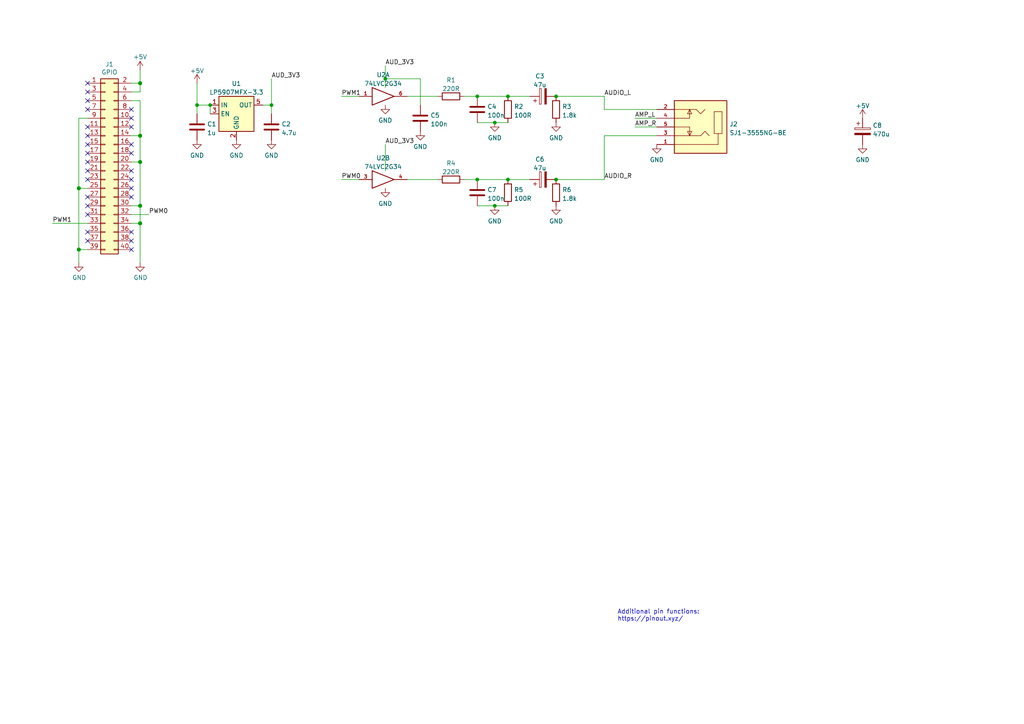
<source format=kicad_sch>
(kicad_sch (version 20211123) (generator eeschema)
  (paper "A4")
  (title_block (date "15 nov 2012"))
  (lib_symbols
    (symbol "74xGxx:74LVC2G34" (pin_names (offset 1.016))
      (property "Reference" "U" (at -2.54 3.81 0))
      (property "Value" "74LVC2G34" (at 0 -3.81 0))
      (symbol "74LVC2G34_0_1"
        (polyline (pts (xy -3.81 2.54) (xy -3.81 -2.54) (xy 2.54 0) (xy -3.81 2.54)) (stroke (width 0.254)))
        (pin power_in line (at 0 -2.54 270) (length 0) hide (name "GND") (number "2"))
        (pin power_in line (at 0 2.54 90) (length 0) hide (name "VCC") (number "5"))
      )
      (symbol "74LVC2G34_1_1"
        (pin input line (at -7.62 0 0) (length 3.81) (name "~") (number "1"))
        (pin output line (at 6.35 0 180) (length 3.81) (name "~") (number "6"))
      )
      (symbol "74LVC2G34_2_1"
        (pin input line (at -7.62 0 0) (length 3.81) (name "~") (number "3"))
        (pin output line (at 6.35 0 180) (length 3.81) (name "~") (number "4"))
      )
    )
    (symbol "Connector_Generic:Conn_02x20_Odd_Even" (pin_names (offset 1.016) hide)
      (property "Reference" "J" (at 1.27 25.4 0))
      (property "Value" "Conn_02x20_Odd_Even" (at 1.27 -27.94 0))
      (symbol "Conn_02x20_Odd_Even_1_1"
        (rectangle (start -1.27 -25.273) (end 0 -25.527) (stroke (width 0.1524)))
        (rectangle (start -1.27 -22.733) (end 0 -22.987) (stroke (width 0.1524)))
        (rectangle (start -1.27 -20.193) (end 0 -20.447) (stroke (width 0.1524)))
        (rectangle (start -1.27 -17.653) (end 0 -17.907) (stroke (width 0.1524)))
        (rectangle (start -1.27 -15.113) (end 0 -15.367) (stroke (width 0.1524)))
        (rectangle (start -1.27 -12.573) (end 0 -12.827) (stroke (width 0.1524)))
        (rectangle (start -1.27 -10.033) (end 0 -10.287) (stroke (width 0.1524)))
        (rectangle (start -1.27 -7.493) (end 0 -7.747) (stroke (width 0.1524)))
        (rectangle (start -1.27 -4.953) (end 0 -5.207) (stroke (width 0.1524)))
        (rectangle (start -1.27 -2.413) (end 0 -2.667) (stroke (width 0.1524)))
        (rectangle (start -1.27 0.127) (end 0 -0.127) (stroke (width 0.1524)))
        (rectangle (start -1.27 2.667) (end 0 2.413) (stroke (width 0.1524)))
        (rectangle (start -1.27 5.207) (end 0 4.953) (stroke (width 0.1524)))
        (rectangle (start -1.27 7.747) (end 0 7.493) (stroke (width 0.1524)))
        (rectangle (start -1.27 10.287) (end 0 10.033) (stroke (width 0.1524)))
        (rectangle (start -1.27 12.827) (end 0 12.573) (stroke (width 0.1524)))
        (rectangle (start -1.27 15.367) (end 0 15.113) (stroke (width 0.1524)))
        (rectangle (start -1.27 17.907) (end 0 17.653) (stroke (width 0.1524)))
        (rectangle (start -1.27 20.447) (end 0 20.193) (stroke (width 0.1524)))
        (rectangle (start -1.27 22.987) (end 0 22.733) (stroke (width 0.1524)))
        (rectangle (start -1.27 24.13) (end 3.81 -26.67) (stroke (width 0.254)) (fill (type background)))
        (rectangle (start 3.81 -25.273) (end 2.54 -25.527) (stroke (width 0.1524)))
        (rectangle (start 3.81 -22.733) (end 2.54 -22.987) (stroke (width 0.1524)))
        (rectangle (start 3.81 -20.193) (end 2.54 -20.447) (stroke (width 0.1524)))
        (rectangle (start 3.81 -17.653) (end 2.54 -17.907) (stroke (width 0.1524)))
        (rectangle (start 3.81 -15.113) (end 2.54 -15.367) (stroke (width 0.1524)))
        (rectangle (start 3.81 -12.573) (end 2.54 -12.827) (stroke (width 0.1524)))
        (rectangle (start 3.81 -10.033) (end 2.54 -10.287) (stroke (width 0.1524)))
        (rectangle (start 3.81 -7.493) (end 2.54 -7.747) (stroke (width 0.1524)))
        (rectangle (start 3.81 -4.953) (end 2.54 -5.207) (stroke (width 0.1524)))
        (rectangle (start 3.81 -2.413) (end 2.54 -2.667) (stroke (width 0.1524)))
        (rectangle (start 3.81 0.127) (end 2.54 -0.127) (stroke (width 0.1524)))
        (rectangle (start 3.81 2.667) (end 2.54 2.413) (stroke (width 0.1524)))
        (rectangle (start 3.81 5.207) (end 2.54 4.953) (stroke (width 0.1524)))
        (rectangle (start 3.81 7.747) (end 2.54 7.493) (stroke (width 0.1524)))
        (rectangle (start 3.81 10.287) (end 2.54 10.033) (stroke (width 0.1524)))
        (rectangle (start 3.81 12.827) (end 2.54 12.573) (stroke (width 0.1524)))
        (rectangle (start 3.81 15.367) (end 2.54 15.113) (stroke (width 0.1524)))
        (rectangle (start 3.81 17.907) (end 2.54 17.653) (stroke (width 0.1524)))
        (rectangle (start 3.81 20.447) (end 2.54 20.193) (stroke (width 0.1524)))
        (rectangle (start 3.81 22.987) (end 2.54 22.733) (stroke (width 0.1524)))
        (pin passive line (at -5.08 22.86 0) (length 3.81) (name "Pin_1") (number "1"))
        (pin passive line (at 7.62 12.7 180) (length 3.81) (name "Pin_10") (number "10"))
        (pin passive line (at -5.08 10.16 0) (length 3.81) (name "Pin_11") (number "11"))
        (pin passive line (at 7.62 10.16 180) (length 3.81) (name "Pin_12") (number "12"))
        (pin passive line (at -5.08 7.62 0) (length 3.81) (name "Pin_13") (number "13"))
        (pin passive line (at 7.62 7.62 180) (length 3.81) (name "Pin_14") (number "14"))
        (pin passive line (at -5.08 5.08 0) (length 3.81) (name "Pin_15") (number "15"))
        (pin passive line (at 7.62 5.08 180) (length 3.81) (name "Pin_16") (number "16"))
        (pin passive line (at -5.08 2.54 0) (length 3.81) (name "Pin_17") (number "17"))
        (pin passive line (at 7.62 2.54 180) (length 3.81) (name "Pin_18") (number "18"))
        (pin passive line (at -5.08 0 0) (length 3.81) (name "Pin_19") (number "19"))
        (pin passive line (at 7.62 22.86 180) (length 3.81) (name "Pin_2") (number "2"))
        (pin passive line (at 7.62 0 180) (length 3.81) (name "Pin_20") (number "20"))
        (pin passive line (at -5.08 -2.54 0) (length 3.81) (name "Pin_21") (number "21"))
        (pin passive line (at 7.62 -2.54 180) (length 3.81) (name "Pin_22") (number "22"))
        (pin passive line (at -5.08 -5.08 0) (length 3.81) (name "Pin_23") (number "23"))
        (pin passive line (at 7.62 -5.08 180) (length 3.81) (name "Pin_24") (number "24"))
        (pin passive line (at -5.08 -7.62 0) (length 3.81) (name "Pin_25") (number "25"))
        (pin passive line (at 7.62 -7.62 180) (length 3.81) (name "Pin_26") (number "26"))
        (pin passive line (at -5.08 -10.16 0) (length 3.81) (name "Pin_27") (number "27"))
        (pin passive line (at 7.62 -10.16 180) (length 3.81) (name "Pin_28") (number "28"))
        (pin passive line (at -5.08 -12.7 0) (length 3.81) (name "Pin_29") (number "29"))
        (pin passive line (at -5.08 20.32 0) (length 3.81) (name "Pin_3") (number "3"))
        (pin passive line (at 7.62 -12.7 180) (length 3.81) (name "Pin_30") (number "30"))
        (pin passive line (at -5.08 -15.24 0) (length 3.81) (name "Pin_31") (number "31"))
        (pin passive line (at 7.62 -15.24 180) (length 3.81) (name "Pin_32") (number "32"))
        (pin passive line (at -5.08 -17.78 0) (length 3.81) (name "Pin_33") (number "33"))
        (pin passive line (at 7.62 -17.78 180) (length 3.81) (name "Pin_34") (number "34"))
        (pin passive line (at -5.08 -20.32 0) (length 3.81) (name "Pin_35") (number "35"))
        (pin passive line (at 7.62 -20.32 180) (length 3.81) (name "Pin_36") (number "36"))
        (pin passive line (at -5.08 -22.86 0) (length 3.81) (name "Pin_37") (number "37"))
        (pin passive line (at 7.62 -22.86 180) (length 3.81) (name "Pin_38") (number "38"))
        (pin passive line (at -5.08 -25.4 0) (length 3.81) (name "Pin_39") (number "39"))
        (pin passive line (at 7.62 20.32 180) (length 3.81) (name "Pin_4") (number "4"))
        (pin passive line (at 7.62 -25.4 180) (length 3.81) (name "Pin_40") (number "40"))
        (pin passive line (at -5.08 17.78 0) (length 3.81) (name "Pin_5") (number "5"))
        (pin passive line (at 7.62 17.78 180) (length 3.81) (name "Pin_6") (number "6"))
        (pin passive line (at -5.08 15.24 0) (length 3.81) (name "Pin_7") (number "7"))
        (pin passive line (at 7.62 15.24 180) (length 3.81) (name "Pin_8") (number "8"))
        (pin passive line (at -5.08 12.7 0) (length 3.81) (name "Pin_9") (number "9"))
      )
    )
    (symbol "Device:C" (pin_numbers hide) (pin_names (offset 0.254))
      (property "Reference" "C" (at 0.635 2.54 0))
      (property "Value" "C" (at 0.635 -2.54 0))
      (symbol "C_0_1"
        (polyline (pts (xy -2.032 -0.762) (xy 2.032 -0.762)) (stroke (width 0.508)))
        (polyline (pts (xy -2.032 0.762) (xy 2.032 0.762)) (stroke (width 0.508)))
      )
      (symbol "C_1_1"
        (pin passive line (at 0 3.81 270) (length 2.794) (name "~") (number "1"))
        (pin passive line (at 0 -3.81 90) (length 2.794) (name "~") (number "2"))
      )
    )
    (symbol "Device:C_Polarized" (pin_numbers hide) (pin_names (offset 0.254))
      (property "Reference" "C" (at 0.635 2.54 0))
      (property "Value" "C_Polarized" (at 0.635 -2.54 0))
      (symbol "C_Polarized_0_1"
        (rectangle (start -2.286 0.508) (end 2.286 1.016))
        (polyline (pts (xy -1.778 2.286) (xy -0.762 2.286)))
        (polyline (pts (xy -1.27 2.794) (xy -1.27 1.778)))
        (rectangle (start 2.286 -0.508) (end -2.286 -1.016) (fill (type outline)))
      )
      (symbol "C_Polarized_1_1"
        (pin passive line (at 0 3.81 270) (length 2.794) (name "~") (number "1"))
        (pin passive line (at 0 -3.81 90) (length 2.794) (name "~") (number "2"))
      )
    )
    (symbol "Device:R" (pin_numbers hide) (pin_names (offset 0))
      (property "Reference" "R" (at 2.032 0 90))
      (property "Value" "R" (at 0 0 90))
      (symbol "R_0_1"
        (rectangle (start -1.016 -2.54) (end 1.016 2.54) (stroke (width 0.254)))
      )
      (symbol "R_1_1"
        (pin passive line (at 0 3.81 270) (length 1.27) (name "~") (number "1"))
        (pin passive line (at 0 -3.81 90) (length 1.27) (name "~") (number "2"))
      )
    )
    (symbol "Regulator_Linear:LP5907MFX-3.3"
      (property "Reference" "U" (at -3.81 6.35 0))
      (property "Value" "LP5907MFX-3.3" (at 6.35 6.35 0))
      (symbol "LP5907MFX-3.3_0_1"
        (rectangle (start -5.08 -5.08) (end 5.08 5.08) (stroke (width 0.254)) (fill (type background)))
        (pin power_in line (at -7.62 2.54 0) (length 2.54) (name "IN") (number "1"))
        (pin power_in line (at 0 -7.62 90) (length 2.54) (name "GND") (number "2"))
        (pin input line (at -7.62 0 0) (length 2.54) (name "EN") (number "3"))
        (pin no_connect line (at 5.08 0 180) (length 2.54) hide (name "NC") (number "4"))
        (pin power_out line (at 7.62 2.54 180) (length 2.54) (name "OUT") (number "5"))
      )
    )
    (symbol "SJ1-3555NG-BE:SJ1-3555NG-BE" (pin_names (offset 1.016) hide)
      (property "Reference" "J" (at -7.6454 8.1534 0))
      (property "Value" "SJ1-3555NG-BE" (at -7.62 -10.414 0))
      (symbol "SJ1-3555NG-BE_0_0"
        (rectangle (start -7.62 -7.62) (end 7.62 7.62) (stroke (width 0.254)) (fill (type background)))
        (polyline (pts (xy -6.223 -4.445) (xy -6.223 1.905)) (stroke (width 0.1524)))
        (polyline (pts (xy -6.223 1.905) (xy -5.08 1.905)) (stroke (width 0.1524)))
        (polyline (pts (xy -5.08 1.905) (xy -3.937 1.905)) (stroke (width 0.1524)))
        (polyline (pts (xy -5.08 5.08) (xy -5.08 1.905)) (stroke (width 0.1524)))
        (polyline (pts (xy -3.937 -4.445) (xy -6.223 -4.445)) (stroke (width 0.1524)))
        (polyline (pts (xy -3.937 1.905) (xy -3.937 -4.445)) (stroke (width 0.1524)))
        (polyline (pts (xy -1.27 1.27) (xy -2.54 2.54)) (stroke (width 0.1524)))
        (polyline (pts (xy 0 -3.81) (xy -1.27 -5.08)) (stroke (width 0.1524)))
        (polyline (pts (xy 0 2.54) (xy -1.27 1.27)) (stroke (width 0.1524)))
        (polyline (pts (xy 1.27 -5.08) (xy 0 -3.81)) (stroke (width 0.1524)))
        (polyline (pts (xy 3.175 -5.08) (xy 1.27 -5.08)) (stroke (width 0.1524)))
        (polyline (pts (xy 3.175 -2.54) (xy 3.175 -5.08)) (stroke (width 0.1524)))
        (polyline (pts (xy 3.175 0) (xy 3.175 2.54)) (stroke (width 0.1524)))
        (polyline (pts (xy 7.62 -5.08) (xy 3.175 -5.08)) (stroke (width 0.1524)))
        (polyline (pts (xy 7.62 -2.54) (xy 3.175 -2.54)) (stroke (width 0.1524)))
        (polyline (pts (xy 7.62 0) (xy 3.175 0)) (stroke (width 0.1524)))
        (polyline (pts (xy 7.62 2.54) (xy 0 2.54)) (stroke (width 0.1524)))
        (polyline (pts (xy 7.62 5.08) (xy -5.08 5.08)) (stroke (width 0.1524)))
        (polyline (pts (xy 3.175 -5.08) (xy 2.54 -3.81) (xy 3.81 -3.81) (xy 3.175 -5.08)) (stroke (width 0.1524)) (fill (type background)))
        (polyline (pts (xy 3.175 2.54) (xy 3.81 1.27) (xy 2.54 1.27) (xy 3.175 2.54)) (stroke (width 0.1524)) (fill (type background)))
        (pin passive line (at 12.7 5.08 180) (length 5.08) (name "~") (number "1"))
        (pin passive line (at 12.7 -5.08 180) (length 5.08) (name "~") (number "2"))
        (pin passive line (at 12.7 2.54 180) (length 5.08) (name "~") (number "3"))
        (pin passive line (at 12.7 -2.54 180) (length 5.08) (name "~") (number "4"))
        (pin passive line (at 12.7 0 180) (length 5.08) (name "~") (number "5"))
      )
    )
    (symbol "power:+5V" (power) (pin_names (offset 0))
      (property "Value" "+5V" (at 0 3.556 0))
      (symbol "+5V_0_1"
        (polyline (pts (xy -0.762 1.27) (xy 0 2.54)))
        (polyline (pts (xy 0 0) (xy 0 2.54)))
        (polyline (pts (xy 0 2.54) (xy 0.762 1.27)))
      )
      (symbol "+5V_1_1"
        (pin power_in line (at 0 0 90) (length 0) hide (name "+5V") (number "1"))
      )
    )
    (symbol "power:GND" (power) (pin_names (offset 0))
      (property "Value" "GND" (at 0 -3.81 0))
      (symbol "GND_0_1"
        (polyline (pts (xy 0 0) (xy 0 -1.27) (xy 1.27 -1.27) (xy 0 -2.54) (xy -1.27 -1.27) (xy 0 -1.27)))
      )
      (symbol "GND_1_1"
        (pin power_in line (at 0 0 270) (length 0) hide (name "GND") (number "1"))
      )
    )
  )
  (junction (at 143.51 59.69))
  (junction (at 40.64 59.69) (diameter 1.016))
  (junction (at 40.64 64.77) (diameter 1.016))
  (junction (at 138.43 52.07))
  (junction (at 60.96 30.48))
  (junction (at 78.74 30.48))
  (junction (at 22.86 54.61) (diameter 1.016))
  (junction (at 111.76 22.86))
  (junction (at 147.32 27.94))
  (junction (at 40.64 46.99) (diameter 1.016))
  (junction (at 161.29 27.94))
  (junction (at 40.64 39.37) (diameter 1.016))
  (junction (at 147.32 52.07))
  (junction (at 143.51 35.56))
  (junction (at 161.29 52.07))
  (junction (at 22.86 72.39) (diameter 1.016))
  (junction (at 57.15 30.48))
  (junction (at 40.64 24.13) (diameter 1.016))
  (junction (at 138.43 27.94))
  (no_connect (at 25.4 41.91))
  (no_connect (at 38.1 49.53))
  (no_connect (at 38.1 31.75))
  (no_connect (at 25.4 36.83))
  (no_connect (at 38.1 44.45))
  (no_connect (at 38.1 67.31))
  (no_connect (at 25.4 29.21))
  (no_connect (at 38.1 54.61))
  (no_connect (at 25.4 67.31))
  (no_connect (at 25.4 26.67))
  (no_connect (at 38.1 34.29))
  (no_connect (at 38.1 57.15))
  (no_connect (at 38.1 41.91))
  (no_connect (at 38.1 72.39))
  (no_connect (at 38.1 52.07))
  (no_connect (at 25.4 24.13))
  (no_connect (at 25.4 44.45))
  (no_connect (at 25.4 69.85))
  (no_connect (at 25.4 49.53))
  (no_connect (at 25.4 59.69))
  (no_connect (at 25.4 46.99))
  (no_connect (at 25.4 52.07))
  (no_connect (at 25.4 39.37))
  (no_connect (at 38.1 69.85))
  (no_connect (at 25.4 31.75))
  (no_connect (at 25.4 57.15))
  (no_connect (at 25.4 62.23))
  (no_connect (at 38.1 36.83))
  (wire (pts (xy 138.43 59.69) (xy 143.51 59.69)))
  (wire (pts (xy 22.86 54.61) (xy 22.86 72.39)))
  (wire (pts (xy 184.15 36.83) (xy 190.5 36.83)))
  (wire (pts (xy 143.51 35.56) (xy 147.32 35.56)))
  (wire (pts (xy 40.64 29.21) (xy 40.64 39.37)))
  (wire (pts (xy 40.64 46.99) (xy 38.1 46.99)))
  (wire (pts (xy 190.5 31.75) (xy 175.26 31.75)))
  (wire (pts (xy 40.64 59.69) (xy 40.64 64.77)))
  (wire (pts (xy 57.15 33.02) (xy 57.15 30.48)))
  (wire (pts (xy 121.92 22.86) (xy 121.92 30.48)))
  (wire (pts (xy 40.64 46.99) (xy 40.64 59.69)))
  (wire (pts (xy 22.86 34.29) (xy 22.86 54.61)))
  (wire (pts (xy 111.76 22.86) (xy 121.92 22.86)))
  (wire (pts (xy 22.86 34.29) (xy 25.4 34.29)))
  (wire (pts (xy 78.74 30.48) (xy 78.74 33.02)))
  (wire (pts (xy 22.86 54.61) (xy 25.4 54.61)))
  (wire (pts (xy 175.26 39.37) (xy 175.26 52.07)))
  (wire (pts (xy 138.43 52.07) (xy 147.32 52.07)))
  (wire (pts (xy 22.86 72.39) (xy 22.86 76.2)))
  (wire (pts (xy 118.11 27.94) (xy 127 27.94)))
  (wire (pts (xy 111.76 41.91) (xy 111.76 49.53)))
  (wire (pts (xy 40.64 64.77) (xy 38.1 64.77)))
  (wire (pts (xy 147.32 27.94) (xy 153.67 27.94)))
  (wire (pts (xy 161.29 27.94) (xy 175.26 27.94)))
  (wire (pts (xy 40.64 24.13) (xy 40.64 26.67)))
  (wire (pts (xy 38.1 62.23) (xy 43.18 62.23)))
  (wire (pts (xy 60.96 30.48) (xy 60.96 33.02)))
  (wire (pts (xy 40.64 39.37) (xy 40.64 46.99)))
  (wire (pts (xy 40.64 39.37) (xy 38.1 39.37)))
  (wire (pts (xy 40.64 20.32) (xy 40.64 24.13)))
  (wire (pts (xy 40.64 24.13) (xy 38.1 24.13)))
  (wire (pts (xy 76.2 30.48) (xy 78.74 30.48)))
  (wire (pts (xy 138.43 27.94) (xy 147.32 27.94)))
  (wire (pts (xy 147.32 52.07) (xy 153.67 52.07)))
  (wire (pts (xy 134.62 27.94) (xy 138.43 27.94)))
  (wire (pts (xy 40.64 26.67) (xy 38.1 26.67)))
  (wire (pts (xy 134.62 52.07) (xy 138.43 52.07)))
  (wire (pts (xy 118.11 52.07) (xy 127 52.07)))
  (wire (pts (xy 175.26 31.75) (xy 175.26 27.94)))
  (wire (pts (xy 22.86 72.39) (xy 25.4 72.39)))
  (wire (pts (xy 15.24 64.77) (xy 25.4 64.77)))
  (wire (pts (xy 99.06 52.07) (xy 104.14 52.07)))
  (wire (pts (xy 40.64 29.21) (xy 38.1 29.21)))
  (wire (pts (xy 57.15 30.48) (xy 60.96 30.48)))
  (wire (pts (xy 190.5 39.37) (xy 175.26 39.37)))
  (wire (pts (xy 57.15 24.13) (xy 57.15 30.48)))
  (wire (pts (xy 111.76 19.05) (xy 111.76 22.86)))
  (wire (pts (xy 143.51 59.69) (xy 147.32 59.69)))
  (wire (pts (xy 78.74 22.86) (xy 78.74 30.48)))
  (wire (pts (xy 40.64 64.77) (xy 40.64 76.2)))
  (wire (pts (xy 111.76 22.86) (xy 111.76 25.4)))
  (wire (pts (xy 184.15 34.29) (xy 190.5 34.29)))
  (wire (pts (xy 138.43 35.56) (xy 143.51 35.56)))
  (wire (pts (xy 99.06 27.94) (xy 104.14 27.94)))
  (wire (pts (xy 40.64 59.69) (xy 38.1 59.69)))
  (wire (pts (xy 161.29 52.07) (xy 175.26 52.07)))
  (text "Additional pin functions:\nhttps://pinout.xyz/" (at 179.07 180.34 0) (effects (font (size 1.27 1.27)) (justify left bottom)))
  (label "AUD_3V3" (at 78.74 22.86 0))
  (label "PWM1" (at 99.06 27.94 0))
  (label "AUDIO_R" (at 175.26 52.07 0))
  (label "AUD_3V3" (at 111.76 41.91 0))
  (label "AUD_3V3" (at 111.76 19.05 0))
  (label "PWM1" (at 15.24 64.77 0))
  (label "AUDIO_L" (at 175.26 27.94 0))
  (label "AMP_R" (at 184.15 36.83 0))
  (label "PWM0" (at 43.18 62.23 0))
  (label "PWM0" (at 99.06 52.07 0))
  (label "AMP_L" (at 184.15 34.29 0))
  (symbol (lib_id "power:+5V") (at 40.64 20.32 0) (unit 1)
    (property "Reference" "#PWR02" (effects hide))
    (property "Value" "+5V" (at 40.64 16.51 0))
  )
  (symbol (lib_id "power:GND") (at 40.64 76.2 0) (unit 1)
    (property "Reference" "#PWR012" (effects hide))
    (property "Value" "GND" (at 40.7543 80.5244 0))
  )
  (symbol (lib_id "power:GND") (at 22.86 76.2 0) (unit 1)
    (property "Reference" "#PWR011" (effects hide))
    (property "Value" "GND" (at 22.9743 80.5244 0))
  )
  (symbol (lib_id "Connector_Generic:Conn_02x20_Odd_Even") (at 30.48 46.99 0) (unit 1)
    (property "Reference" "J1" (at 31.75 18.6498 0))
    (property "Value" "GPIO" (at 31.75 20.955 0))
    (property "Footprint" "Connector_PinSocket_2.54mm:PinSocket_2x20_P2.54mm_Vertical" (effects hide))
  )
  (symbol (lib_id "Device:C_Polarized") (at 250.19 38.1 0) (unit 1)
    (property "Reference" "C8" (at 253.111 36.3763 0) (effects (justify left)))
    (property "Value" "470u" (at 253.111 38.9132 0) (effects (justify left)))
    (property "Footprint" "Capacitor_THT:CP_Radial_D8.0mm_P3.50mm" (effects hide))
  )
  (symbol (lib_id "SJ1-3555NG-BE:SJ1-3555NG-BE") (at 203.2 36.83 180) (unit 1)
    (property "Reference" "J2" (at 211.582 35.9953 0) (effects (justify right)))
    (property "Value" "SJ1-3555NG-BE" (at 211.582 38.5322 0) (effects (justify right)))
    (property "Footprint" "library:CUI_SJ1-3555NG-BE" (effects hide))
    (property "MANUFACTURER" "CUI Devices" (effects hide))
    (property "PART_REV" "1.0" (effects hide))
    (property "SNAPEDA_PN" "SJ1-3555NG-BE" (effects hide))
    (property "STANDARD" "Manufacturer Recommendation" (effects hide))
    (property "MAXIMUM_PACKAGE_HEIGHT" "10.3 mm" (effects hide))
  )
  (symbol (lib_id "74xGxx:74LVC2G34") (at 111.76 27.94 0) (unit 1)
    (property "Reference" "U2" (at 111.125 21.7002 0))
    (property "Value" "74LVC2G34" (at 111.125 24.2371 0))
    (property "Footprint" "Package_TO_SOT_SMD:SOT-23-6_Handsoldering" (effects hide))
    (property "Datasheet" "http://www.ti.com/lit/sg/scyt129e/scyt129e.pdf" (effects hide))
  )
  (symbol (lib_id "Device:R") (at 161.29 31.75 0) (unit 1)
    (property "Reference" "R3" (at 163.068 30.9153 0) (effects (justify left)))
    (property "Value" "1.8k" (at 163.068 33.4522 0) (effects (justify left)))
    (property "Footprint" "Resistor_SMD:R_0805_2012Metric_Pad1.20x1.40mm_HandSolder" (effects hide))
  )
  (symbol (lib_id "power:GND") (at 78.74 40.64 0) (unit 1)
    (property "Reference" "#PWR06" (effects hide))
    (property "Value" "GND" (at 78.74 45.0834 0))
  )
  (symbol (lib_id "power:GND") (at 143.51 35.56 0) (unit 1)
    (property "Reference" "#PWR08" (effects hide))
    (property "Value" "GND" (at 143.51 40.0034 0))
  )
  (symbol (lib_id "Device:C") (at 138.43 55.88 0) (unit 1)
    (property "Reference" "C7" (at 141.351 55.0453 0) (effects (justify left)))
    (property "Value" "100n" (at 141.351 57.5822 0) (effects (justify left)))
    (property "Footprint" "Capacitor_SMD:C_0805_2012Metric_Pad1.18x1.45mm_HandSolder" (effects hide))
  )
  (symbol (lib_id "power:GND") (at 111.76 30.48 0) (unit 1)
    (property "Reference" "#PWR07" (effects hide))
    (property "Value" "GND" (at 111.76 34.9234 0))
  )
  (symbol (lib_id "74xGxx:74LVC2G34") (at 111.76 52.07 0) (unit 2)
    (property "Reference" "U2" (at 111.125 45.8302 0))
    (property "Value" "74LVC2G34" (at 111.125 48.3671 0))
    (property "Footprint" "Package_TO_SOT_SMD:SOT-23-6_Handsoldering" (effects hide))
    (property "Datasheet" "http://www.ti.com/lit/sg/scyt129e/scyt129e.pdf" (effects hide))
  )
  (symbol (lib_id "Device:C") (at 78.74 36.83 0) (unit 1)
    (property "Reference" "C2" (at 81.661 35.9953 0) (effects (justify left)))
    (property "Value" "4.7u" (at 81.661 38.5322 0) (effects (justify left)))
    (property "Footprint" "Capacitor_SMD:C_0805_2012Metric_Pad1.18x1.45mm_HandSolder" (effects hide))
  )
  (symbol (lib_id "power:GND") (at 250.19 41.91 0) (unit 1)
    (property "Reference" "#PWR017" (effects hide))
    (property "Value" "GND" (at 250.19 46.3534 0))
  )
  (symbol (lib_id "Device:C_Polarized") (at 157.48 52.07 90) (unit 1)
    (property "Reference" "C6" (at 156.591 46.2112 90))
    (property "Value" "47u" (at 156.591 48.7481 90))
    (property "Footprint" "Capacitor_SMD:C_0805_2012Metric_Pad1.18x1.45mm_HandSolder" (effects hide))
  )
  (symbol (lib_id "Device:R") (at 130.81 27.94 270) (unit 1)
    (property "Reference" "R1" (at 130.81 23.2242 90))
    (property "Value" "220R" (at 130.81 25.7611 90))
    (property "Footprint" "Resistor_SMD:R_0805_2012Metric_Pad1.20x1.40mm_HandSolder" (effects hide))
  )
  (symbol (lib_id "Device:R") (at 147.32 31.75 0) (unit 1)
    (property "Reference" "R2" (at 149.098 30.9153 0) (effects (justify left)))
    (property "Value" "100R" (at 149.098 33.4522 0) (effects (justify left)))
    (property "Footprint" "Resistor_SMD:R_0805_2012Metric_Pad1.20x1.40mm_HandSolder" (effects hide))
  )
  (symbol (lib_id "power:GND") (at 190.5 41.91 0) (unit 1)
    (property "Reference" "#PWR013" (effects hide))
    (property "Value" "GND" (at 190.5 46.3534 0))
  )
  (symbol (lib_id "power:+5V") (at 250.19 34.29 0) (unit 1)
    (property "Reference" "#PWR01" (effects hide))
    (property "Value" "+5V" (at 250.19 30.7142 0))
  )
  (symbol (lib_id "Device:R") (at 161.29 55.88 0) (unit 1)
    (property "Reference" "R6" (at 163.068 55.0453 0) (effects (justify left)))
    (property "Value" "1.8k" (at 163.068 57.5822 0) (effects (justify left)))
    (property "Footprint" "Resistor_SMD:R_0805_2012Metric_Pad1.20x1.40mm_HandSolder" (effects hide))
  )
  (symbol (lib_id "Device:R") (at 130.81 52.07 270) (unit 1)
    (property "Reference" "R4" (at 130.81 47.3542 90))
    (property "Value" "220R" (at 130.81 49.8911 90))
    (property "Footprint" "Resistor_SMD:R_0805_2012Metric_Pad1.20x1.40mm_HandSolder" (effects hide))
  )
  (symbol (lib_id "Device:R") (at 147.32 55.88 0) (unit 1)
    (property "Reference" "R5" (at 149.098 55.0453 0) (effects (justify left)))
    (property "Value" "100R" (at 149.098 57.5822 0) (effects (justify left)))
    (property "Footprint" "Resistor_SMD:R_0805_2012Metric_Pad1.20x1.40mm_HandSolder" (effects hide))
  )
  (symbol (lib_id "power:+5V") (at 57.15 24.13 0) (unit 1)
    (property "Reference" "#PWR03" (effects hide))
    (property "Value" "+5V" (at 57.15 20.5542 0))
  )
  (symbol (lib_id "Device:C_Polarized") (at 157.48 27.94 90) (unit 1)
    (property "Reference" "C3" (at 156.591 22.0812 90))
    (property "Value" "47u" (at 156.591 24.6181 90))
    (property "Footprint" "Capacitor_SMD:C_0805_2012Metric_Pad1.18x1.45mm_HandSolder" (effects hide))
  )
  (symbol (lib_id "power:GND") (at 143.51 59.69 0) (unit 1)
    (property "Reference" "#PWR015" (effects hide))
    (property "Value" "GND" (at 143.51 64.1334 0))
  )
  (symbol (lib_id "power:GND") (at 57.15 40.64 0) (unit 1)
    (property "Reference" "#PWR04" (effects hide))
    (property "Value" "GND" (at 57.15 45.0834 0))
  )
  (symbol (lib_id "power:GND") (at 68.58 40.64 0) (unit 1)
    (property "Reference" "#PWR05" (effects hide))
    (property "Value" "GND" (at 68.58 45.0834 0))
  )
  (symbol (lib_id "Device:C") (at 121.92 34.29 0) (unit 1)
    (property "Reference" "C5" (at 124.841 33.4553 0) (effects (justify left)))
    (property "Value" "100n" (at 124.841 35.9922 0) (effects (justify left)))
    (property "Footprint" "Capacitor_SMD:C_0805_2012Metric_Pad1.18x1.45mm_HandSolder" (effects hide))
  )
  (symbol (lib_id "power:GND") (at 161.29 59.69 0) (unit 1)
    (property "Reference" "#PWR016" (effects hide))
    (property "Value" "GND" (at 161.29 64.1334 0))
  )
  (symbol (lib_id "Device:C") (at 138.43 31.75 0) (unit 1)
    (property "Reference" "C4" (at 141.351 30.9153 0) (effects (justify left)))
    (property "Value" "100n" (at 141.351 33.4522 0) (effects (justify left)))
    (property "Footprint" "Capacitor_SMD:C_0805_2012Metric_Pad1.18x1.45mm_HandSolder" (effects hide))
  )
  (symbol (lib_id "Device:C") (at 57.15 36.83 0) (unit 1)
    (property "Reference" "C1" (at 60.071 35.9953 0) (effects (justify left)))
    (property "Value" "1u" (at 60.071 38.5322 0) (effects (justify left)))
    (property "Footprint" "Capacitor_SMD:C_0805_2012Metric_Pad1.18x1.45mm_HandSolder" (effects hide))
  )
  (symbol (lib_id "power:GND") (at 161.29 35.56 0) (unit 1)
    (property "Reference" "#PWR09" (effects hide))
    (property "Value" "GND" (at 161.29 40.0034 0))
  )
  (symbol (lib_id "power:GND") (at 111.76 54.61 0) (unit 1)
    (property "Reference" "#PWR014" (effects hide))
    (property "Value" "GND" (at 111.76 59.0534 0))
  )
  (symbol (lib_id "power:GND") (at 121.92 38.1 0) (unit 1)
    (property "Reference" "#PWR010" (effects hide))
    (property "Value" "GND" (at 121.92 42.5434 0))
  )
  (symbol (lib_id "Regulator_Linear:LP5907MFX-3.3") (at 68.58 33.02 0) (unit 1)
    (property "Reference" "U1" (at 68.58 24.2402 0))
    (property "Value" "LP5907MFX-3.3" (at 68.58 26.7771 0))
    (property "Footprint" "Package_TO_SOT_SMD:SOT-23-5" (effects hide))
    (property "Datasheet" "http://www.ti.com/lit/ds/symlink/lp5907.pdf" (effects hide))
  )
)
</source>
